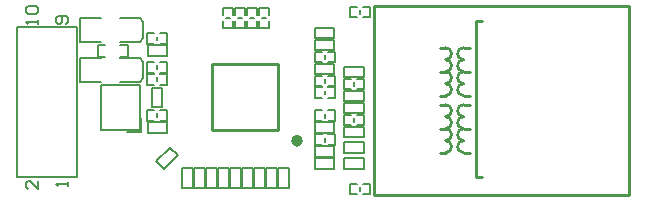
<source format=gto>
G04*
G04 #@! TF.GenerationSoftware,Altium Limited,Altium Designer,18.1.9 (240)*
G04*
G04 Layer_Color=65535*
%FSLAX25Y25*%
%MOIN*%
G70*
G01*
G75*
%ADD10C,0.02000*%
%ADD11C,0.01000*%
%ADD12C,0.00787*%
%ADD13C,0.00600*%
%ADD14C,0.00591*%
%ADD15C,0.00800*%
D10*
X362484Y159000D02*
G03*
X362484Y159000I-984J0D01*
G01*
D11*
X417000Y178045D02*
G03*
X417000Y174045I0J-2000D01*
G01*
Y182045D02*
G03*
X417000Y178045I0J-2000D01*
G01*
Y190045D02*
G03*
X417000Y186045I0J-2000D01*
G01*
D02*
G03*
X417000Y182045I0J-2000D01*
G01*
X411000Y186045D02*
G03*
X411000Y190045I0J2000D01*
G01*
Y182045D02*
G03*
X411000Y186045I0J2000D01*
G01*
Y178045D02*
G03*
X411000Y182045I0J2000D01*
G01*
Y174045D02*
G03*
X411000Y178045I0J2000D01*
G01*
X417000Y159045D02*
G03*
X417000Y155045I0J-2000D01*
G01*
Y163045D02*
G03*
X417000Y159045I0J-2000D01*
G01*
Y171045D02*
G03*
X417000Y167045I0J-2000D01*
G01*
D02*
G03*
X417000Y163045I0J-2000D01*
G01*
X411000Y167045D02*
G03*
X411000Y171045I0J2000D01*
G01*
Y163045D02*
G03*
X411000Y167045I0J2000D01*
G01*
Y155045D02*
G03*
X411000Y159045I0J2000D01*
G01*
D02*
G03*
X411000Y163045I0J2000D01*
G01*
X333000Y184500D02*
X355000D01*
X333000Y162500D02*
Y184500D01*
Y162500D02*
X355000D01*
Y184500D01*
X417000Y174045D02*
X419000D01*
X417000Y182045D02*
X419000D01*
X417000Y190045D02*
X419000D01*
X409000D02*
X411000D01*
X409000Y174045D02*
X411000D01*
X409000Y182045D02*
X411000D01*
X417000Y155045D02*
X419000D01*
X417000Y163045D02*
X419000D01*
X417000Y171045D02*
X419000D01*
X409000D02*
X411000D01*
X409000Y163045D02*
X411000D01*
X409000Y155045D02*
X411000D01*
X421000Y199045D02*
X423000D01*
X421000Y147045D02*
Y199045D01*
Y147045D02*
X423000D01*
X387000Y204045D02*
X472201D01*
Y141045D02*
Y204045D01*
X387000Y141045D02*
X472201D01*
X387000D02*
Y204045D01*
D12*
X309000Y192000D02*
X310300Y193300D01*
Y198700D01*
X302500Y192000D02*
X309000D01*
Y200000D02*
X310300Y198700D01*
X302500Y200000D02*
X309000D01*
X289000Y192000D02*
X296000D01*
X289000D02*
Y200000D01*
X296000D01*
X309000Y178500D02*
X310300Y179800D01*
Y185200D01*
X302500Y178500D02*
X309000D01*
Y186500D02*
X310300Y185200D01*
X302500Y186500D02*
X309000D01*
X289000Y178500D02*
X296000D01*
X289000D02*
Y186500D01*
X296000D01*
X288000Y147000D02*
Y197000D01*
X268000Y147000D02*
Y197000D01*
Y147000D02*
X288000D01*
X268000Y197000D02*
X288000D01*
X309400Y162045D02*
Y166545D01*
X304900Y162045D02*
X309300D01*
D13*
X349900Y200000D02*
X351100D01*
X348729Y203346D02*
X352272D01*
X352271Y196654D02*
X352272Y196654D01*
X348729Y196654D02*
X352271D01*
X348729D02*
Y199000D01*
Y201000D02*
Y203346D01*
X352271Y196654D02*
Y199000D01*
Y201000D02*
Y203346D01*
X345900Y200000D02*
X347100D01*
X344729Y203346D02*
X348272D01*
X348271Y196654D02*
X348272Y196654D01*
X344729Y196654D02*
X348271D01*
X344729D02*
Y199000D01*
Y201000D02*
Y203346D01*
X348271Y196654D02*
Y199000D01*
Y201000D02*
Y203346D01*
X370771Y174518D02*
Y175718D01*
X374117Y173346D02*
Y176889D01*
X367425Y173346D02*
X367426Y173346D01*
X367425Y173346D02*
Y176889D01*
X369771D01*
X371771D02*
X374117D01*
X367425Y173346D02*
X369771D01*
X371771D02*
X374117D01*
X355228Y143425D02*
X358772D01*
X355228Y149921D02*
X358772D01*
X355228Y143425D02*
Y149921D01*
X358772Y143425D02*
Y149921D01*
X367382Y161595D02*
Y165138D01*
X373878Y161595D02*
Y165138D01*
X367382D02*
X373878D01*
X367382Y161595D02*
X373878D01*
X383650Y154978D02*
Y158521D01*
X377154Y154978D02*
Y158521D01*
Y154978D02*
X383650D01*
X377154Y158521D02*
X383650D01*
Y149728D02*
Y153271D01*
X377154Y149728D02*
Y153271D01*
Y149728D02*
X383650D01*
X377154Y153271D02*
X383650D01*
X351228Y143425D02*
X354772D01*
X351228Y149921D02*
X354772D01*
X351228Y143425D02*
Y149921D01*
X354772Y143425D02*
Y149921D01*
X347228Y143425D02*
X350772D01*
X347228Y149921D02*
X350772D01*
X347228Y143425D02*
Y149921D01*
X350772Y143425D02*
Y149921D01*
X367382Y153595D02*
Y157138D01*
X373878Y153595D02*
Y157138D01*
X367382D02*
X373878D01*
X367382Y153595D02*
X373878D01*
X343228Y143425D02*
X346772D01*
X343228Y149921D02*
X346772D01*
X343228Y143425D02*
Y149921D01*
X346772Y143425D02*
Y149921D01*
X370728Y158766D02*
Y159966D01*
X367382Y157595D02*
Y161138D01*
X374074D02*
X374075Y161137D01*
Y157595D02*
Y161137D01*
X371728Y157595D02*
X374075D01*
X367382D02*
X369728D01*
X371728Y161137D02*
X374075D01*
X367382D02*
X369728D01*
X339228Y143425D02*
X342772D01*
X339228Y149921D02*
X342772D01*
X339228Y143425D02*
Y149921D01*
X342772Y143425D02*
Y149921D01*
X367382Y149594D02*
Y153138D01*
X373878Y149594D02*
Y153138D01*
X367382D02*
X373878D01*
X367382Y149594D02*
X373878D01*
X323228Y143425D02*
X326772D01*
X323228Y149921D02*
X326772D01*
X323228Y143425D02*
Y149921D01*
X326772Y143425D02*
Y149921D01*
X314634Y152139D02*
X317139Y149634D01*
X319227Y156733D02*
X321733Y154227D01*
X314634Y152139D02*
X319227Y156733D01*
X317139Y149634D02*
X321733Y154227D01*
X311723Y161774D02*
Y165317D01*
X318219Y161774D02*
Y165317D01*
X311723D02*
X318219D01*
X311723Y161774D02*
X318219D01*
X335228Y143425D02*
X338772D01*
X335228Y149921D02*
X338772D01*
X335228Y143425D02*
Y149921D01*
X338772Y143425D02*
Y149921D01*
X331228Y143425D02*
X334772D01*
X331228Y149921D02*
X334772D01*
X331228Y143425D02*
Y149921D01*
X334772Y143425D02*
Y149921D01*
X367425Y181228D02*
Y184772D01*
X373921Y181228D02*
Y184772D01*
X367425D02*
X373921D01*
X367425Y181228D02*
X373921D01*
X377154Y172229D02*
Y175772D01*
X383650Y172229D02*
Y175772D01*
X377154D02*
X383650D01*
X377154Y172229D02*
X383650D01*
X380500Y177400D02*
Y178600D01*
X377154Y176229D02*
Y179772D01*
X383845D02*
X383846Y179771D01*
Y176229D02*
Y179771D01*
X381500Y176229D02*
X383846D01*
X377154D02*
X379500D01*
X381500Y179771D02*
X383846D01*
X377154D02*
X379500D01*
X327213Y143425D02*
X330756D01*
X327213Y149921D02*
X330756D01*
X327213Y143425D02*
Y149921D01*
X330756Y143425D02*
Y149921D01*
X377154Y168229D02*
Y171772D01*
X383650Y168229D02*
Y171772D01*
X377154D02*
X383650D01*
X377154Y168229D02*
X383650D01*
X380500Y165400D02*
Y166600D01*
X377154Y164229D02*
Y167772D01*
X383845D02*
X383846Y167771D01*
Y164229D02*
Y167771D01*
X381500Y164229D02*
X383846D01*
X377154D02*
X379500D01*
X381500Y167771D02*
X383846D01*
X377154D02*
X379500D01*
X367425Y189228D02*
Y192772D01*
X373921Y189228D02*
Y192772D01*
X367425D02*
X373921D01*
X367425Y189228D02*
X373921D01*
X314873Y166946D02*
Y168146D01*
X318219Y165774D02*
Y169317D01*
X311527Y165774D02*
X311527Y165774D01*
X311527Y165774D02*
Y169317D01*
X313873D01*
X315873D02*
X318219D01*
X311527Y165774D02*
X313873D01*
X315873D02*
X318219D01*
X367425Y193228D02*
Y196772D01*
X373921Y193228D02*
Y196772D01*
X367425D02*
X373921D01*
X367425Y193228D02*
X373921D01*
X383650Y160228D02*
Y163771D01*
X377154Y160228D02*
Y163771D01*
Y160228D02*
X383650D01*
X377154Y163771D02*
X383650D01*
X377154Y180229D02*
Y183772D01*
X383650Y180229D02*
Y183772D01*
X377154D02*
X383650D01*
X377154Y180229D02*
X383650D01*
X341900Y200000D02*
X343100D01*
X340729Y203346D02*
X344272D01*
X344271Y196654D02*
X344272Y196654D01*
X340729Y196654D02*
X344271D01*
X340729D02*
Y199000D01*
Y201000D02*
Y203346D01*
X344271Y196654D02*
Y199000D01*
Y201000D02*
Y203346D01*
X313059Y170199D02*
X316602D01*
X313059Y176695D02*
X316602D01*
X313059Y170199D02*
Y176695D01*
X316602Y170199D02*
Y176695D01*
X382500Y201400D02*
Y202600D01*
X385846Y200228D02*
Y203771D01*
X379154Y200229D02*
X379154Y200228D01*
X379154Y200229D02*
Y203771D01*
X381500D01*
X383500D02*
X385846D01*
X379154Y200229D02*
X381500D01*
X383500D02*
X385846D01*
X382500Y142400D02*
Y143600D01*
X385846Y141228D02*
Y144771D01*
X379154Y141229D02*
X379154Y141228D01*
X379154Y141229D02*
Y144771D01*
X381500D01*
X383500D02*
X385846D01*
X379154Y141229D02*
X381500D01*
X383500D02*
X385846D01*
X314831Y178946D02*
Y180146D01*
X318177Y177774D02*
Y181317D01*
X311485Y177774D02*
X311485Y177774D01*
X311485Y177774D02*
Y181317D01*
X313831D01*
X315831D02*
X318177D01*
X311485Y177774D02*
X313831D01*
X315831D02*
X318177D01*
X314831Y192446D02*
Y193646D01*
X311485Y191274D02*
Y194817D01*
X318176D02*
X318177Y194817D01*
Y191274D02*
Y194817D01*
X315831Y191274D02*
X318177D01*
X311485D02*
X313831D01*
X315831Y194817D02*
X318177D01*
X311485D02*
X313831D01*
X318177Y187415D02*
Y190959D01*
X311681Y187415D02*
Y190959D01*
Y187415D02*
X318177D01*
X311681Y190959D02*
X318177D01*
X370771Y178400D02*
Y179600D01*
X367425Y177228D02*
Y180772D01*
X374117D02*
X374117Y180771D01*
Y177228D02*
Y180771D01*
X371771Y177228D02*
X374117D01*
X367425D02*
X369771D01*
X371771Y180771D02*
X374117D01*
X367425D02*
X369771D01*
X370771Y186400D02*
Y187600D01*
X374117Y185228D02*
Y188771D01*
X367425Y185229D02*
X367426Y185228D01*
X367425Y185229D02*
Y188771D01*
X369771D01*
X371771D02*
X374117D01*
X367425Y185229D02*
X369771D01*
X371771D02*
X374117D01*
X370728Y166766D02*
Y167966D01*
X374075Y165594D02*
Y169138D01*
X367382Y165595D02*
X367383Y165594D01*
X367382Y165595D02*
Y169138D01*
X369728D01*
X371728D02*
X374075D01*
X367382Y165595D02*
X369728D01*
X371728D02*
X374075D01*
X337900Y200000D02*
X339100D01*
X336729Y203346D02*
X340272D01*
X340271Y196654D02*
X340272Y196654D01*
X336729Y196654D02*
X340271D01*
X336729D02*
Y199000D01*
Y201000D02*
Y203346D01*
X340271Y196654D02*
Y199000D01*
Y201000D02*
Y203346D01*
X314831Y182945D02*
Y184145D01*
X318177Y181773D02*
Y185317D01*
X311485Y181774D02*
X311485Y181773D01*
X311485Y181774D02*
Y185317D01*
X313831D01*
X315831D02*
X318177D01*
X311485Y181774D02*
X313831D01*
X315831D02*
X318177D01*
D14*
X296000Y162545D02*
X309000D01*
Y177545D01*
X296000D02*
X309000D01*
X296000Y162545D02*
Y177545D01*
D15*
Y191000D02*
X297500D01*
X295000D02*
X296000D01*
X295000Y187000D02*
Y191000D01*
Y187000D02*
X297500D01*
X302500Y191000D02*
X305000D01*
Y187000D02*
Y191000D01*
X302500Y187000D02*
X305000D01*
X275000Y198000D02*
Y199333D01*
Y198667D01*
X271001D01*
X271668Y198000D01*
Y201332D02*
X271001Y201999D01*
Y203332D01*
X271668Y203998D01*
X274334D01*
X275000Y203332D01*
Y201999D01*
X274334Y201332D01*
X271668D01*
X284334Y198000D02*
X285000Y198667D01*
Y199999D01*
X284334Y200666D01*
X281668D01*
X281001Y199999D01*
Y198667D01*
X281668Y198000D01*
X282334D01*
X283001Y198667D01*
Y200666D01*
X285000Y144000D02*
Y145333D01*
Y144667D01*
X281001D01*
X281668Y144000D01*
X275000Y145666D02*
Y143000D01*
X272334Y145666D01*
X271668D01*
X271001Y144999D01*
Y143667D01*
X271668Y143000D01*
M02*

</source>
